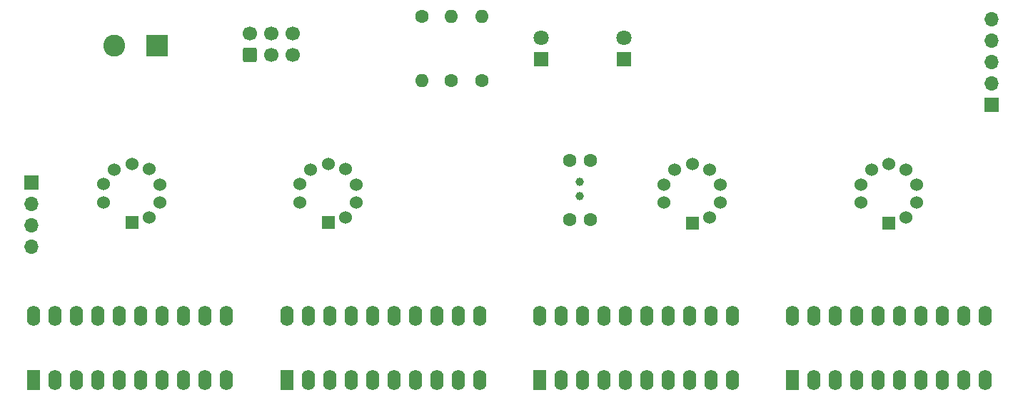
<source format=gbr>
G04 #@! TF.GenerationSoftware,KiCad,Pcbnew,6.0.4-6f826c9f35~116~ubuntu20.04.1*
G04 #@! TF.CreationDate,2022-04-08T21:02:54+02:00*
G04 #@! TF.ProjectId,numitron clock-rotated-numitrons,6e756d69-7472-46f6-9e20-636c6f636b2d,rev?*
G04 #@! TF.SameCoordinates,Original*
G04 #@! TF.FileFunction,Soldermask,Bot*
G04 #@! TF.FilePolarity,Negative*
%FSLAX46Y46*%
G04 Gerber Fmt 4.6, Leading zero omitted, Abs format (unit mm)*
G04 Created by KiCad (PCBNEW 6.0.4-6f826c9f35~116~ubuntu20.04.1) date 2022-04-08 21:02:54*
%MOMM*%
%LPD*%
G01*
G04 APERTURE LIST*
G04 Aperture macros list*
%AMRoundRect*
0 Rectangle with rounded corners*
0 $1 Rounding radius*
0 $2 $3 $4 $5 $6 $7 $8 $9 X,Y pos of 4 corners*
0 Add a 4 corners polygon primitive as box body*
4,1,4,$2,$3,$4,$5,$6,$7,$8,$9,$2,$3,0*
0 Add four circle primitives for the rounded corners*
1,1,$1+$1,$2,$3*
1,1,$1+$1,$4,$5*
1,1,$1+$1,$6,$7*
1,1,$1+$1,$8,$9*
0 Add four rect primitives between the rounded corners*
20,1,$1+$1,$2,$3,$4,$5,0*
20,1,$1+$1,$4,$5,$6,$7,0*
20,1,$1+$1,$6,$7,$8,$9,0*
20,1,$1+$1,$8,$9,$2,$3,0*%
G04 Aperture macros list end*
%ADD10R,1.600000X2.400000*%
%ADD11O,1.600000X2.400000*%
%ADD12R,1.524000X1.524000*%
%ADD13C,1.524000*%
%ADD14RoundRect,0.250000X0.600000X-0.600000X0.600000X0.600000X-0.600000X0.600000X-0.600000X-0.600000X0*%
%ADD15C,1.700000*%
%ADD16C,1.600000*%
%ADD17O,1.600000X1.600000*%
%ADD18R,1.700000X1.700000*%
%ADD19O,1.700000X1.700000*%
%ADD20C,1.000000*%
%ADD21R,2.600000X2.600000*%
%ADD22C,2.600000*%
%ADD23R,1.800000X1.800000*%
%ADD24C,1.800000*%
G04 APERTURE END LIST*
D10*
X133175000Y-127525000D03*
D11*
X135715000Y-127525000D03*
X138255000Y-127525000D03*
X140795000Y-127525000D03*
X143335000Y-127525000D03*
X145875000Y-127525000D03*
X148415000Y-127525000D03*
X150955000Y-127525000D03*
X153495000Y-127525000D03*
X156035000Y-127525000D03*
X156035000Y-119905000D03*
X153495000Y-119905000D03*
X150955000Y-119905000D03*
X148415000Y-119905000D03*
X145875000Y-119905000D03*
X143335000Y-119905000D03*
X140795000Y-119905000D03*
X138255000Y-119905000D03*
X135715000Y-119905000D03*
X133175000Y-119905000D03*
D10*
X103175000Y-127525000D03*
D11*
X105715000Y-127525000D03*
X108255000Y-127525000D03*
X110795000Y-127525000D03*
X113335000Y-127525000D03*
X115875000Y-127525000D03*
X118415000Y-127525000D03*
X120955000Y-127525000D03*
X123495000Y-127525000D03*
X126035000Y-127525000D03*
X126035000Y-119905000D03*
X123495000Y-119905000D03*
X120955000Y-119905000D03*
X118415000Y-119905000D03*
X115875000Y-119905000D03*
X113335000Y-119905000D03*
X110795000Y-119905000D03*
X108255000Y-119905000D03*
X105715000Y-119905000D03*
X103175000Y-119905000D03*
D10*
X193175000Y-127525000D03*
D11*
X195715000Y-127525000D03*
X198255000Y-127525000D03*
X200795000Y-127525000D03*
X203335000Y-127525000D03*
X205875000Y-127525000D03*
X208415000Y-127525000D03*
X210955000Y-127525000D03*
X213495000Y-127525000D03*
X216035000Y-127525000D03*
X216035000Y-119905000D03*
X213495000Y-119905000D03*
X210955000Y-119905000D03*
X208415000Y-119905000D03*
X205875000Y-119905000D03*
X203335000Y-119905000D03*
X200795000Y-119905000D03*
X198255000Y-119905000D03*
X195715000Y-119905000D03*
X193175000Y-119905000D03*
D12*
X204560000Y-108835000D03*
D13*
X206620000Y-108175000D03*
X207890000Y-106425000D03*
X207870000Y-104285000D03*
X206640000Y-102475000D03*
X204560000Y-101835000D03*
X202500000Y-102505000D03*
X201230000Y-104255000D03*
X201230000Y-106415000D03*
D12*
X181260000Y-108835000D03*
D13*
X183320000Y-108175000D03*
X184590000Y-106425000D03*
X184570000Y-104285000D03*
X183340000Y-102475000D03*
X181260000Y-101835000D03*
X179200000Y-102505000D03*
X177930000Y-104255000D03*
X177930000Y-106415000D03*
D10*
X163175000Y-127525000D03*
D11*
X165715000Y-127525000D03*
X168255000Y-127525000D03*
X170795000Y-127525000D03*
X173335000Y-127525000D03*
X175875000Y-127525000D03*
X178415000Y-127525000D03*
X180955000Y-127525000D03*
X183495000Y-127525000D03*
X186035000Y-127525000D03*
X186035000Y-119905000D03*
X183495000Y-119905000D03*
X180955000Y-119905000D03*
X178415000Y-119905000D03*
X175875000Y-119905000D03*
X173335000Y-119905000D03*
X170795000Y-119905000D03*
X168255000Y-119905000D03*
X165715000Y-119905000D03*
X163175000Y-119905000D03*
D14*
X128755000Y-88852500D03*
D15*
X128755000Y-86312500D03*
X131295000Y-88852500D03*
X131295000Y-86312500D03*
X133835000Y-88852500D03*
X133835000Y-86312500D03*
D16*
X152705000Y-91910000D03*
D17*
X152705000Y-84290000D03*
D12*
X114800000Y-108800000D03*
D13*
X116860000Y-108140000D03*
X118130000Y-106390000D03*
X118110000Y-104250000D03*
X116880000Y-102440000D03*
X114800000Y-101800000D03*
X112740000Y-102470000D03*
X111470000Y-104220000D03*
X111470000Y-106380000D03*
D16*
X166695000Y-108410000D03*
X169195000Y-108410000D03*
X149180000Y-84290000D03*
D17*
X149180000Y-91910000D03*
D12*
X138080000Y-108800000D03*
D13*
X140140000Y-108140000D03*
X141410000Y-106390000D03*
X141390000Y-104250000D03*
X140160000Y-102440000D03*
X138080000Y-101800000D03*
X136020000Y-102470000D03*
X134750000Y-104220000D03*
X134750000Y-106380000D03*
D16*
X156300000Y-91910000D03*
D17*
X156300000Y-84290000D03*
D18*
X102900000Y-104025000D03*
D19*
X102900000Y-106565000D03*
X102900000Y-109105000D03*
X102900000Y-111645000D03*
D18*
X216800000Y-94775000D03*
D19*
X216800000Y-92235000D03*
X216800000Y-89695000D03*
X216800000Y-87155000D03*
X216800000Y-84615000D03*
D20*
X167945000Y-103965000D03*
X167945000Y-105665000D03*
D21*
X117745000Y-87795000D03*
D22*
X112665000Y-87795000D03*
D23*
X163300000Y-89375000D03*
D24*
X163300000Y-86835000D03*
D23*
X173200000Y-89375000D03*
D24*
X173200000Y-86835000D03*
D16*
X166695000Y-101425000D03*
X169195000Y-101425000D03*
M02*

</source>
